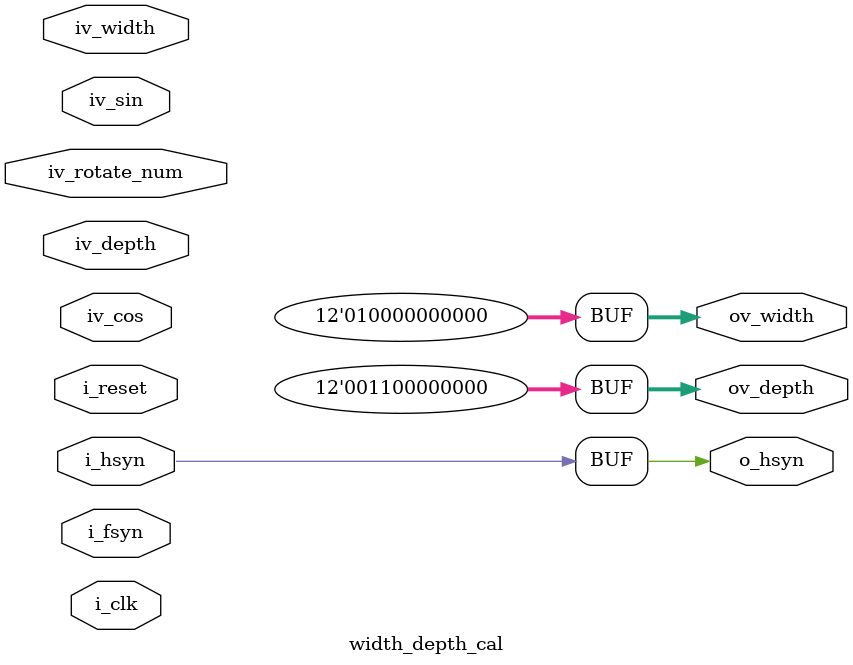
<source format=v>
module width_depth_cal(
		i_clk,
		i_reset,
		i_fsyn,
		i_hsyn,
		iv_depth,
		iv_width,
		iv_sin,
		iv_cos,
		iv_rotate_num,
		
		o_hsyn,
		ov_depth,
		ov_width
		);
		
input i_clk,i_reset;
input i_fsyn,i_hsyn;
input [10:0] iv_depth,iv_width;
input [10:0] iv_cos,iv_sin;
input [1:0] iv_rotate_num;

output o_hsyn;
output [11:0] ov_depth,ov_width;

 assign ov_width = 12'd1024;
 assign ov_depth = 12'd768;
/*
reg [10:0] rv_depth,rv_width;
always@(*)begin
	if(i_reset)begin
		rv_depth <= 11'd0;
		rv_width <= 11'd0;
	end
	else if(i_fsyn) begin
		rv_width <= 11'd0;
		rv_depth <= 11'd0;
	end
	else begin
		case(iv_rotate_num)
			2'd0 : begin rv_depth <= iv_depth;rv_width <= iv_width; end
			2'd1 : begin rv_depth <= iv_width;rv_width <= iv_depth; end
			2'd2 : begin rv_depth <= iv_depth;rv_width <= iv_width; end
			2'd3 : begin rv_depth <= iv_width;rv_width <= iv_depth; end
		endcase
	end
end
		
wire [21:0] wv_width_cos,wv_width_sin,wv_depth_cos,wv_depth_sin;

syn_gen_mult syn_gen_mult_width_cos (
    .a(iv_cos),
    .b(rv_width),
    .clk(i_clk),
    .rst(i_reset),
    .ce('b1),
    .p(wv_width_cos));

syn_gen_mult syn_gen_mult_width_sin (
    .a(iv_sin),
    .b(rv_width),
    .clk(i_clk),
    .rst(i_reset),
    .ce('b1),
    .p(wv_width_sin));

syn_gen_mult syn_gen_mult_depth_cos (
    .a(iv_cos),
    .b(rv_depth),
    .clk(i_clk),
    .rst(i_reset),
    .ce('b1),
    .p(wv_depth_cos));

syn_gen_mult syn_gen_mult_depth_sin (
    .a(iv_sin),
    .b(rv_depth),
    .clk(i_clk),
    .rst(i_reset),
    .ce('b1),
    .p(wv_depth_sin));		
reg [11:0] ov_depth,ov_width;
always@(*)begin
	if(i_reset)begin
		ov_width <= 12'd0;
		ov_depth <= 12'd0;
	end
	else if(i_fsyn) begin
		ov_width <= 12'd0;
		ov_depth <= 12'd0;
	end
	else if(i_hsyn) begin
		ov_width <= (wv_width_cos + wv_depth_sin)>>10;
		ov_depth <= (wv_width_sin + wv_depth_cos)>>10;
	end
end
*/
assign o_hsyn = i_hsyn;
		
endmodule

</source>
